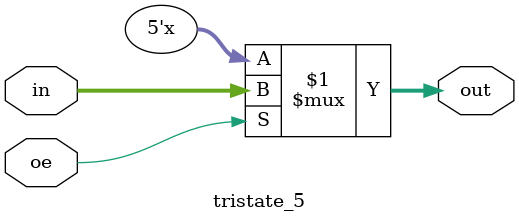
<source format=v>
module tristate_5(in, oe, out);
    input [4:0] in;
    input oe;
    output [4:0] out;

    assign out = oe ? in : 5'bz;
endmodule
</source>
